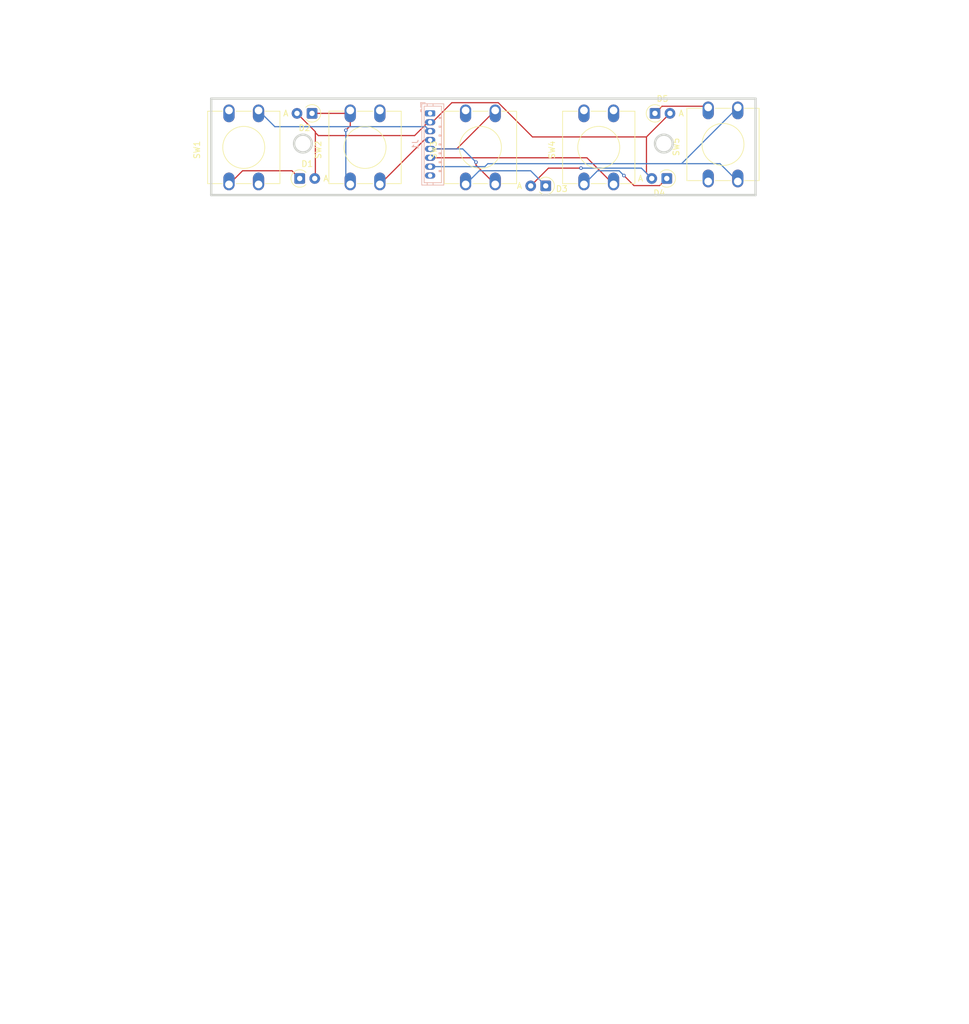
<source format=kicad_pcb>
(kicad_pcb (version 20241229) (generator "pcbnew") (generator_version "9.0")
  (layers (0 "F.Cu" signal) (2 "B.Cu" signal) (13 "F.Paste" user) (15 "B.Paste" user) (5 "F.SilkS" user "F.Silkscreen") (7 "B.SilkS" user "B.Silkscreen") (1 "F.Mask" user) (3 "B.Mask" user) (25 "Edge.Cuts" user))
  (net 0 "")
  (net 1 "Net-(D1-A)")
  (net 2 "Net-(D1-K)")
  (net 3 "Net-(D2-K)")
  (net 4 "Net-(D3-K)")
  (net 5 "Net-(D4-K)")
  (net 6 "Net-(D5-K)")
  (net 7 "Net-(J1-Pin_6)")
  (net 8 "Net-(J1-Pin_1)")
  (net 9 "Net-(J1-Pin_3)")
  (net 10 "Net-(J1-Pin_4)")
  (net 11 "Net-(J1-Pin_5)")
  (net 12 "Net-(J1-Pin_7)")
  (net 13 "Net-(J1-Pin_8)")
  (footprint "Library:SW_PUSH-12mm-mini" (layer "F.Cu") (at 98.5 43 90)
    (property "Reference" "SW2" (at 5.83 -5.41 90) (layer "F.SilkS"))
    (property "Value" "SW_Push")
    (fp_line (start 12.36 -3.61) (end 12.36 -1.1) (stroke (width 0.12)) (layer "F.SilkS"))
    (fp_line (start 0.14 -3.61) (end 12.36 -3.61) (stroke (width 0.12)) (layer "F.SilkS"))
    (fp_line (start 0.14 -3.61) (end 0.14 -1.1) (stroke (width 0.12)) (layer "F.SilkS"))
    (fp_line (start 12.36 1.2) (end 12.36 3.8) (stroke (width 0.12)) (layer "F.SilkS"))
    (fp_line (start 0.14 1.2) (end 0.14 3.8) (stroke (width 0.12)) (layer "F.SilkS"))
    (fp_line (start 12.36 6.1) (end 12.36 8.61) (stroke (width 0.12)) (layer "F.SilkS"))
    (fp_line (start 0.14 6.1) (end 0.14 8.61) (stroke (width 0.12)) (layer "F.SilkS"))
    (fp_line (start 12.36 8.61) (end 0.14 8.61) (stroke (width 0.12)) (layer "F.SilkS"))
    (fp_circle (center 6.25 2.5) (end 9.8 2.5) (stroke (width 0.12)) (fill no) (layer "F.SilkS"))
    (pad "1" thru_hole oval (at 0 0 90) (size 3 1.899998) (drill 1.3 (offset 0.5 0.000001)) (layers "*.Cu" "*.Mask") (net 3 "Net-(D2-K)"))
    (pad "1" thru_hole oval (at 12.5 0 90) (size 2.999998 1.899998) (drill 1.3 (offset -0.499999 0.000001)) (layers "*.Cu" "*.Mask") (net 3 "Net-(D2-K)"))
    (pad "2" thru_hole oval (at 0 5 90) (size 3 1.9) (drill 1.3 (offset 0.5 0)) (layers "*.Cu" "*.Mask") (net 10 "Net-(J1-Pin_4)"))
    (pad "2" thru_hole oval (at 12.5 5 90) (size 3 1.899996) (drill 1.3 (offset -0.5 0.000002)) (layers "*.Cu" "*.Mask") (net 10 "Net-(J1-Pin_4)"))
  )
  (footprint "Library:SW_PUSH-12mm-mini" (layer "F.Cu") (at 118 43 90)
    (property "Reference" "SW3" (at 5.83 -5.41 90) (layer "F.SilkS"))
    (property "Value" "SW_Push")
    (fp_line (start 12.36 -3.61) (end 12.36 -1.1) (stroke (width 0.12)) (layer "F.SilkS"))
    (fp_line (start 0.14 -3.61) (end 12.36 -3.61) (stroke (width 0.12)) (layer "F.SilkS"))
    (fp_line (start 0.14 -3.61) (end 0.14 -1.1) (stroke (width 0.12)) (layer "F.SilkS"))
    (fp_line (start 12.36 1.2) (end 12.36 3.8) (stroke (width 0.12)) (layer "F.SilkS"))
    (fp_line (start 0.14 1.2) (end 0.14 3.8) (stroke (width 0.12)) (layer "F.SilkS"))
    (fp_line (start 12.36 6.1) (end 12.36 8.61) (stroke (width 0.12)) (layer "F.SilkS"))
    (fp_line (start 0.14 6.1) (end 0.14 8.61) (stroke (width 0.12)) (layer "F.SilkS"))
    (fp_line (start 12.36 8.61) (end 0.14 8.61) (stroke (width 0.12)) (layer "F.SilkS"))
    (fp_circle (center 6.25 2.5) (end 9.8 2.5) (stroke (width 0.12)) (fill no) (layer "F.SilkS"))
    (pad "1" thru_hole oval (at 0 0 90) (size 3 1.899998) (drill 1.3 (offset 0.5 0.000001)) (layers "*.Cu" "*.Mask") (net 4 "Net-(D3-K)"))
    (pad "1" thru_hole oval (at 12.5 0 90) (size 2.999998 1.899998) (drill 1.3 (offset -0.499999 0.000001)) (layers "*.Cu" "*.Mask") (net 4 "Net-(D3-K)"))
    (pad "2" thru_hole oval (at 0 5 90) (size 3 1.9) (drill 1.3 (offset 0.5 0)) (layers "*.Cu" "*.Mask") (net 11 "Net-(J1-Pin_5)"))
    (pad "2" thru_hole oval (at 12.5 5 90) (size 3 1.899996) (drill 1.3 (offset -0.5 0.000002)) (layers "*.Cu" "*.Mask") (net 11 "Net-(J1-Pin_5)"))
  )
  (footprint "Diode_THT:D_A-405_P2.54mm_Vertical_AnodeUp" (layer "F.Cu") (at 89.955 42)
    (property "Reference" "D1" (at 1.27 -2.47 0) (layer "F.SilkS"))
    (property "Value" "D")
    (fp_arc (start 1.058537 1.02) (mid -1.47 0) (end 1.058537 -1.02) (stroke (width 0.12)) (layer "F.SilkS"))
    (fp_text user "A" (at 4.44 0 0) (layer "F.SilkS"))
    (pad "1" thru_hole roundrect (at 0 0) (size 1.8 1.8) (drill 0.9) (layers "*.Cu" "*.Mask") (roundrect_rratio 0.138889) (net 2 "Net-(D1-K)"))
    (pad "2" thru_hole circle (at 2.54 0) (size 1.8 1.8) (drill 0.9) (layers "*.Cu" "*.Mask") (net 1 "Net-(D1-A)"))
  )
  (footprint "Library:SW_PUSH-12mm-mini" (layer "F.Cu") (at 159 42.5 90)
    (property "Reference" "SW5" (at 5.83 -5.41 90) (layer "F.SilkS"))
    (property "Value" "SW_Push")
    (fp_line (start 12.36 -3.61) (end 12.36 -1.1) (stroke (width 0.12)) (layer "F.SilkS"))
    (fp_line (start 0.14 -3.61) (end 12.36 -3.61) (stroke (width 0.12)) (layer "F.SilkS"))
    (fp_line (start 0.14 -3.61) (end 0.14 -1.1) (stroke (width 0.12)) (layer "F.SilkS"))
    (fp_line (start 12.36 1.2) (end 12.36 3.8) (stroke (width 0.12)) (layer "F.SilkS"))
    (fp_line (start 0.14 1.2) (end 0.14 3.8) (stroke (width 0.12)) (layer "F.SilkS"))
    (fp_line (start 12.36 6.1) (end 12.36 8.61) (stroke (width 0.12)) (layer "F.SilkS"))
    (fp_line (start 0.14 6.1) (end 0.14 8.61) (stroke (width 0.12)) (layer "F.SilkS"))
    (fp_line (start 12.36 8.61) (end 0.14 8.61) (stroke (width 0.12)) (layer "F.SilkS"))
    (fp_circle (center 6.25 2.5) (end 9.8 2.5) (stroke (width 0.12)) (fill no) (layer "F.SilkS"))
    (pad "1" thru_hole oval (at 0 0 90) (size 3 1.899998) (drill 1.3 (offset 0.5 0.000001)) (layers "*.Cu" "*.Mask") (net 6 "Net-(D5-K)"))
    (pad "1" thru_hole oval (at 12.5 0 90) (size 2.999998 1.899998) (drill 1.3 (offset -0.499999 0.000001)) (layers "*.Cu" "*.Mask") (net 6 "Net-(D5-K)"))
    (pad "2" thru_hole oval (at 0 5 90) (size 3 1.9) (drill 1.3 (offset 0.5 0)) (layers "*.Cu" "*.Mask") (net 12 "Net-(J1-Pin_7)"))
    (pad "2" thru_hole oval (at 12.5 5 90) (size 3 1.899996) (drill 1.3 (offset -0.5 0.000002)) (layers "*.Cu" "*.Mask") (net 12 "Net-(J1-Pin_7)"))
  )
  (footprint "Diode_THT:D_A-405_P2.54mm_Vertical_AnodeUp" (layer "F.Cu") (at 92.04 31 180)
    (property "Reference" "D2" (at 1.27 -2.47 0) (layer "F.SilkS"))
    (property "Value" "D")
    (fp_arc (start 1.058537 1.02) (mid -1.47 0) (end 1.058537 -1.02) (stroke (width 0.12)) (layer "F.SilkS"))
    (fp_text user "A" (at 4.44 0 0) (layer "F.SilkS"))
    (pad "1" thru_hole roundrect (at 0 0 180) (size 1.8 1.8) (drill 0.9) (layers "*.Cu" "*.Mask") (roundrect_rratio 0.138889) (net 3 "Net-(D2-K)"))
    (pad "2" thru_hole circle (at 2.54 0 180) (size 1.8 1.8) (drill 0.9) (layers "*.Cu" "*.Mask") (net 1 "Net-(D1-A)"))
  )
  (footprint "Diode_THT:D_A-405_P2.54mm_Vertical_AnodeUp" (layer "F.Cu") (at 131.54 43.25 180)
    (property "Reference" "D3" (at -2.71 -0.5 0) (layer "F.SilkS"))
    (property "Value" "D")
    (fp_arc (start 1.058537 1.02) (mid -1.47 0) (end 1.058537 -1.02) (stroke (width 0.12)) (layer "F.SilkS"))
    (fp_text user "A" (at 4.44 0 0) (layer "F.SilkS"))
    (pad "1" thru_hole roundrect (at 0 0 180) (size 1.8 1.8) (drill 0.9) (layers "*.Cu" "*.Mask") (roundrect_rratio 0.138889) (net 4 "Net-(D3-K)"))
    (pad "2" thru_hole circle (at 2.54 0 180) (size 1.8 1.8) (drill 0.9) (layers "*.Cu" "*.Mask") (net 1 "Net-(D1-A)"))
  )
  (footprint "Library:SW_PUSH-12mm-mini" (layer "F.Cu") (at 78 43 90)
    (property "Reference" "SW1" (at 5.83 -5.41 90) (layer "F.SilkS"))
    (property "Value" "SW_Push")
    (fp_line (start 12.36 -3.61) (end 12.36 -1.1) (stroke (width 0.12)) (layer "F.SilkS"))
    (fp_line (start 0.14 -3.61) (end 12.36 -3.61) (stroke (width 0.12)) (layer "F.SilkS"))
    (fp_line (start 0.14 -3.61) (end 0.14 -1.1) (stroke (width 0.12)) (layer "F.SilkS"))
    (fp_line (start 12.36 1.2) (end 12.36 3.8) (stroke (width 0.12)) (layer "F.SilkS"))
    (fp_line (start 0.14 1.2) (end 0.14 3.8) (stroke (width 0.12)) (layer "F.SilkS"))
    (fp_line (start 12.36 6.1) (end 12.36 8.61) (stroke (width 0.12)) (layer "F.SilkS"))
    (fp_line (start 0.14 6.1) (end 0.14 8.61) (stroke (width 0.12)) (layer "F.SilkS"))
    (fp_line (start 12.36 8.61) (end 0.14 8.61) (stroke (width 0.12)) (layer "F.SilkS"))
    (fp_circle (center 6.25 2.5) (end 9.8 2.5) (stroke (width 0.12)) (fill no) (layer "F.SilkS"))
    (pad "1" thru_hole oval (at 0 0 90) (size 3 1.899998) (drill 1.3 (offset 0.5 0.000001)) (layers "*.Cu" "*.Mask") (net 2 "Net-(D1-K)"))
    (pad "1" thru_hole oval (at 12.5 0 90) (size 2.999998 1.899998) (drill 1.3 (offset -0.499999 0.000001)) (layers "*.Cu" "*.Mask") (net 2 "Net-(D1-K)"))
    (pad "2" thru_hole oval (at 0 5 90) (size 3 1.9) (drill 1.3 (offset 0.5 0)) (layers "*.Cu" "*.Mask") (net 9 "Net-(J1-Pin_3)"))
    (pad "2" thru_hole oval (at 12.5 5 90) (size 3 1.899996) (drill 1.3 (offset -0.5 0.000002)) (layers "*.Cu" "*.Mask") (net 9 "Net-(J1-Pin_3)"))
  )
  (footprint "Diode_THT:D_A-405_P2.54mm_Vertical_AnodeUp" (layer "F.Cu") (at 150 31)
    (property "Reference" "D5" (at 1.27 -2.47 0) (layer "F.SilkS"))
    (property "Value" "D")
    (fp_arc (start 1.058537 1.02) (mid -1.47 0) (end 1.058537 -1.02) (stroke (width 0.12)) (layer "F.SilkS"))
    (fp_text user "A" (at 4.44 0 0) (layer "F.SilkS"))
    (pad "1" thru_hole roundrect (at 0 0) (size 1.8 1.8) (drill 0.9) (layers "*.Cu" "*.Mask") (roundrect_rratio 0.138889) (net 6 "Net-(D5-K)"))
    (pad "2" thru_hole circle (at 2.54 0) (size 1.8 1.8) (drill 0.9) (layers "*.Cu" "*.Mask") (net 1 "Net-(D1-A)"))
  )
  (footprint "Diode_THT:D_A-405_P2.54mm_Vertical_AnodeUp" (layer "F.Cu") (at 152 42 180)
    (property "Reference" "D4" (at 1.27 -2.47 0) (layer "F.SilkS"))
    (property "Value" "D")
    (fp_arc (start 1.058537 1.02) (mid -1.47 0) (end 1.058537 -1.02) (stroke (width 0.12)) (layer "F.SilkS"))
    (fp_text user "A" (at 4.44 0 0) (layer "F.SilkS"))
    (pad "1" thru_hole roundrect (at 0 0 180) (size 1.8 1.8) (drill 0.9) (layers "*.Cu" "*.Mask") (roundrect_rratio 0.138889) (net 5 "Net-(D4-K)"))
    (pad "2" thru_hole circle (at 2.54 0 180) (size 1.8 1.8) (drill 0.9) (layers "*.Cu" "*.Mask") (net 1 "Net-(D1-A)"))
  )
  (footprint "Library:SW_PUSH-12mm-mini" (layer "F.Cu") (at 138 43 90)
    (property "Reference" "SW4" (at 5.83 -5.41 90) (layer "F.SilkS"))
    (property "Value" "SW_Push")
    (fp_line (start 12.36 -3.61) (end 12.36 -1.1) (stroke (width 0.12)) (layer "F.SilkS"))
    (fp_line (start 0.14 -3.61) (end 12.36 -3.61) (stroke (width 0.12)) (layer "F.SilkS"))
    (fp_line (start 0.14 -3.61) (end 0.14 -1.1) (stroke (width 0.12)) (layer "F.SilkS"))
    (fp_line (start 12.36 1.2) (end 12.36 3.8) (stroke (width 0.12)) (layer "F.SilkS"))
    (fp_line (start 0.14 1.2) (end 0.14 3.8) (stroke (width 0.12)) (layer "F.SilkS"))
    (fp_line (start 12.36 6.1) (end 12.36 8.61) (stroke (width 0.12)) (layer "F.SilkS"))
    (fp_line (start 0.14 6.1) (end 0.14 8.61) (stroke (width 0.12)) (layer "F.SilkS"))
    (fp_line (start 12.36 8.61) (end 0.14 8.61) (stroke (width 0.12)) (layer "F.SilkS"))
    (fp_circle (center 6.25 2.5) (end 9.8 2.5) (stroke (width 0.12)) (fill no) (layer "F.SilkS"))
    (pad "1" thru_hole oval (at 0 0 90) (size 3 1.899998) (drill 1.3 (offset 0.5 0.000001)) (layers "*.Cu" "*.Mask") (net 5 "Net-(D4-K)"))
    (pad "1" thru_hole oval (at 12.5 0 90) (size 2.999998 1.899998) (drill 1.3 (offset -0.499999 0.000001)) (layers "*.Cu" "*.Mask") (net 5 "Net-(D4-K)"))
    (pad "2" thru_hole oval (at 0 5 90) (size 3 1.9) (drill 1.3 (offset 0.5 0)) (layers "*.Cu" "*.Mask") (net 7 "Net-(J1-Pin_6)"))
    (pad "2" thru_hole oval (at 12.5 5 90) (size 3 1.899996) (drill 1.3 (offset -0.5 0.000002)) (layers "*.Cu" "*.Mask") (net 7 "Net-(J1-Pin_6)"))
  )
  (footprint "Connector_JST:JST_ZH_B8B-ZR_1x08_P1.50mm_Vertical" (layer "B.Cu") (at 112 31 -90)
    (property "Reference" "J1" (at 5.25 2.5 90) (layer "B.SilkS") (effects (justify mirror)))
    (property "Value" "Conn_01x08_Pin")
    (fp_line (start -1.81 1.61) (end -1.81 0.81) (stroke (width 0.12)) (layer "B.SilkS"))
    (fp_line (start -1.01 1.61) (end -1.81 1.61) (stroke (width 0.12)) (layer "B.SilkS"))
    (fp_line (start -0.6 1.61) (end -0.6 1.41) (stroke (width 0.12)) (layer "B.SilkS"))
    (fp_line (start -0.3 1.61) (end -0.6 1.61) (stroke (width 0.12)) (layer "B.SilkS"))
    (fp_line (start -0.3 1.51) (end -0.6 1.51) (stroke (width 0.12)) (layer "B.SilkS"))
    (fp_line (start -1.61 1.41) (end -1.61 -2.31) (stroke (width 0.12)) (layer "B.SilkS"))
    (fp_line (start -0.3 1.41) (end -0.3 1.61) (stroke (width 0.12)) (layer "B.SilkS"))
    (fp_line (start 12.11 1.41) (end -1.61 1.41) (stroke (width 0.12)) (layer "B.SilkS"))
    (fp_line (start -1.21 1.01) (end -1.21 -1.91) (stroke (width 0.12)) (layer "B.SilkS"))
    (fp_line (start 11.71 1.01) (end -1.21 1.01) (stroke (width 0.12)) (layer "B.SilkS"))
    (fp_line (start -1.61 0.5) (end -1.21 0.5) (stroke (width 0.12)) (layer "B.SilkS"))
    (fp_line (start 12.11 0.5) (end 11.71 0.5) (stroke (width 0.12)) (layer "B.SilkS"))
    (fp_line (start -1.61 -0.5) (end -1.21 -0.5) (stroke (width 0.12)) (layer "B.SilkS"))
    (fp_line (start 12.11 -0.5) (end 11.71 -0.5) (stroke (width 0.12)) (layer "B.SilkS"))
    (fp_line (start 0.65 -1.51) (end 0.85 -1.51) (stroke (width 0.12)) (layer "B.SilkS"))
    (fp_line (start 0.85 -1.51) (end 0.85 -1.91) (stroke (width 0.12)) (layer "B.SilkS"))
    (fp_line (start 2.15 -1.51) (end 2.35 -1.51) (stroke (width 0.12)) (layer "B.SilkS"))
    (fp_line (start 2.35 -1.51) (end 2.35 -1.91) (stroke (width 0.12)) (layer "B.SilkS"))
    (fp_line (start 3.65 -1.51) (end 3.85 -1.51) (stroke (width 0.12)) (layer "B.SilkS"))
    (fp_line (start 3.85 -1.51) (end 3.85 -1.91) (stroke (width 0.12)) (layer "B.SilkS"))
    (fp_line (start 5.15 -1.51) (end 5.35 -1.51) (stroke (width 0.12)) (layer "B.SilkS"))
    (fp_line (start 5.35 -1.51) (end 5.35 -1.91) (stroke (width 0.12)) (layer "B.SilkS"))
    (fp_line (start 6.65 -1.51) (end 6.85 -1.51) (stroke (width 0.12)) (layer "B.SilkS"))
    (fp_line (start 6.85 -1.51) (end 6.85 -1.91) (stroke (width 0.12)) (layer "B.SilkS"))
    (fp_line (start 8.15 -1.51) (end 8.35 -1.51) (stroke (width 0.12)) (layer "B.SilkS"))
    (fp_line (start 8.35 -1.51) (end 8.35 -1.91) (stroke (width 0.12)) (layer "B.SilkS"))
    (fp_line (start 9.65 -1.51) (end 9.85 -1.51) (stroke (width 0.12)) (layer "B.SilkS"))
    (fp_line (start 9.85 -1.51) (end 9.85 -1.91) (stroke (width 0.12)) (layer "B.SilkS"))
    (fp_line (start -1.21 -1.91) (end 11.71 -1.91) (stroke (width 0.12)) (layer "B.SilkS"))
    (fp_line (start 0.65 -1.91) (end 0.65 -1.51) (stroke (width 0.12)) (layer "B.SilkS"))
    (fp_line (start 0.75 -1.91) (end 0.75 -1.51) (stroke (width 0.12)) (layer "B.SilkS"))
    (fp_line (start 2.15 -1.91) (end 2.15 -1.51) (stroke (width 0.12)) (layer "B.SilkS"))
    (fp_line (start 2.25 -1.91) (end 2.25 -1.51) (stroke (width 0.12)) (layer "B.SilkS"))
    (fp_line (start 3.65 -1.91) (end 3.65 -1.51) (stroke (width 0.12)) (layer "B.SilkS"))
    (fp_line (start 3.75 -1.91) (end 3.75 -1.51) (stroke (width 0.12)) (layer "B.SilkS"))
    (fp_line (start 5.15 -1.91) (end 5.15 -1.51) (stroke (width 0.12)) (layer "B.SilkS"))
    (fp_line (start 5.25 -1.91) (end 5.25 -1.51) (stroke (width 0.12)) (layer "B.SilkS"))
    (fp_line (start 6.65 -1.91) (end 6.65 -1.51) (stroke (width 0.12)) (layer "B.SilkS"))
    (fp_line (start 6.75 -1.91) (end 6.75 -1.51) (stroke (width 0.12)) (layer "B.SilkS"))
    (fp_line (start 8.15 -1.91) (end 8.15 -1.51) (stroke (width 0.12)) (layer "B.SilkS"))
    (fp_line (start 8.25 -1.91) (end 8.25 -1.51) (stroke (width 0.12)) (layer "B.SilkS"))
    (fp_line (start 9.65 -1.91) (end 9.65 -1.51) (stroke (width 0.12)) (layer "B.SilkS"))
    (fp_line (start 9.75 -1.91) (end 9.75 -1.51) (stroke (width 0.12)) (layer "B.SilkS"))
    (fp_line (start 11.71 -1.91) (end 11.71 1.01) (stroke (width 0.12)) (layer "B.SilkS"))
    (fp_line (start -1.61 -2.31) (end 12.11 -2.31) (stroke (width 0.12)) (layer "B.SilkS"))
    (fp_line (start 12.11 -2.31) (end 12.11 1.41) (stroke (width 0.12)) (layer "B.SilkS"))
    (pad "1" thru_hole roundrect (at 0 0 270) (size 1.03 1.73) (drill 0.73) (layers "*.Cu" "*.Mask") (roundrect_rratio 0.242718) (net 8 "Net-(J1-Pin_1)"))
    (pad "2" thru_hole oval (at 1.5 0 270) (size 1.03 1.73) (drill 0.73) (layers "*.Cu" "*.Mask") (net 1 "Net-(D1-A)"))
    (pad "3" thru_hole oval (at 3 0 270) (size 1.03 1.73) (drill 0.73) (layers "*.Cu" "*.Mask") (net 9 "Net-(J1-Pin_3)"))
    (pad "4" thru_hole oval (at 4.5 0 270) (size 1.03 1.73) (drill 0.73) (layers "*.Cu" "*.Mask") (net 10 "Net-(J1-Pin_4)"))
    (pad "5" thru_hole oval (at 6 0 270) (size 1.03 1.73) (drill 0.73) (layers "*.Cu" "*.Mask") (net 11 "Net-(J1-Pin_5)"))
    (pad "6" thru_hole oval (at 7.5 0 270) (size 1.03 1.73) (drill 0.73) (layers "*.Cu" "*.Mask") (net 7 "Net-(J1-Pin_6)"))
    (pad "7" thru_hole oval (at 9 0 270) (size 1.03 1.73) (drill 0.73) (layers "*.Cu" "*.Mask") (net 12 "Net-(J1-Pin_7)"))
    (pad "8" thru_hole oval (at 10.5 0 270) (size 1.03 1.73) (drill 0.73) (layers "*.Cu" "*.Mask") (net 13 "Net-(J1-Pin_8)"))
  )
  (gr_line (start 75 44.798442) (end 167 44.798442) (stroke (width 0.4)) (layer "Edge.Cuts"))
  (gr_circle (center 90.5 36.1) (end 92 36.1) (stroke (width 0.4)) (fill no) (layer "Edge.Cuts"))
  (gr_line (start 75 28.5) (end 75 44.798442) (stroke (width 0.4)) (layer "Edge.Cuts"))
  (gr_circle (center 151.5 36.1) (end 153 36.1) (stroke (width 0.4)) (fill no) (layer "Edge.Cuts"))
  (gr_line (start 167 44.798442) (end 167 28.5) (stroke (width 0.4)) (layer "Edge.Cuts"))
  (gr_line (start 167 28.5) (end 75 28.5) (stroke (width 0.4)) (layer "Edge.Cuts"))
  (segment (start 129 43.25) (end 132 40.25) (width 0.2) (layer "F.Cu") (net 1))
  (segment (start 109.385 34.75) (end 93.101 34.75) (width 0.2) (layer "F.Cu") (net 1))
  (segment (start 123.518182 29.199) (end 115.666 29.199) (width 0.2) (layer "F.Cu") (net 1))
  (segment (start 112 32.5) (end 111.635 32.5) (width 0.2) (layer "F.Cu") (net 1))
  (segment (start 92.495 42) (end 92.601 41.894) (width 0.2) (layer "F.Cu") (net 1))
  (segment (start 148.56 34.98) (end 129.299182 34.98) (width 0.2) (layer "F.Cu") (net 1))
  (segment (start 93.101 34.75) (end 92.601 34.25) (width 0.2) (layer "F.Cu") (net 1))
  (segment (start 112.365 32.5) (end 112 32.5) (width 0.2) (layer "F.Cu") (net 1))
  (segment (start 129.299182 34.98) (end 123.518182 29.199) (width 0.2) (layer "F.Cu") (net 1))
  (segment (start 148.56 41.1) (end 149.46 42) (width 0.2) (layer "F.Cu") (net 1))
  (segment (start 92.601 34.101) (end 89.5 31) (width 0.2) (layer "F.Cu") (net 1))
  (segment (start 148.56 34.98) (end 148.56 41.1) (width 0.2) (layer "F.Cu") (net 1))
  (segment (start 115.666 29.199) (end 112.365 32.5) (width 0.2) (layer "F.Cu") (net 1))
  (segment (start 111.635 32.5) (end 109.385 34.75) (width 0.2) (layer "F.Cu") (net 1))
  (segment (start 92.601 41.894) (end 92.601 34.25) (width 0.2) (layer "F.Cu") (net 1))
  (segment (start 92.601 34.25) (end 92.601 34.101) (width 0.2) (layer "F.Cu") (net 1))
  (segment (start 152.54 31) (end 148.56 34.98) (width 0.2) (layer "F.Cu") (net 1))
  (segment (start 132 40.25) (end 137.5 40.25) (width 0.2) (layer "F.Cu") (net 1))
  (via (at 137.5 40.25) (size 0.6) (drill 0.3) (layers "F.Cu" "B.Cu") (net 1))
  (segment (start 147.71 40.25) (end 149.46 42) (width 0.2) (layer "B.Cu") (net 1))
  (segment (start 137.5 40.25) (end 147.71 40.25) (width 0.2) (layer "B.Cu") (net 1))
  (segment (start 88.654 40.699) (end 80.301 40.699) (width 0.2) (layer "F.Cu") (net 2))
  (segment (start 89.955 42) (end 88.654 40.699) (width 0.2) (layer "F.Cu") (net 2))
  (segment (start 80.301 40.699) (end 78 43) (width 0.2) (layer "F.Cu") (net 2))
  (segment (start 98.5 33.1) (end 97.75 33.85) (width 0.2) (layer "F.Cu") (net 3))
  (segment (start 98 31) (end 98.5 30.5) (width 0.2) (layer "F.Cu") (net 3))
  (segment (start 92.04 31) (end 98 31) (width 0.2) (layer "F.Cu") (net 3))
  (segment (start 98.5 30.5) (end 98.5 33.1) (width 0.2) (layer "F.Cu") (net 3))
  (via (at 97.75 33.85) (size 0.6) (drill 0.3) (layers "F.Cu" "B.Cu") (net 3))
  (segment (start 97.75 33.85) (end 97.75 42.25) (width 0.2) (layer "B.Cu") (net 3))
  (segment (start 97.75 42.25) (end 98.5 43) (width 0.2) (layer "B.Cu") (net 3))
  (segment (start 118 43) (end 120.301 40.699) (width 0.2) (layer "B.Cu") (net 4))
  (segment (start 120.301 40.699) (end 128.989 40.699) (width 0.2) (layer "B.Cu") (net 4))
  (segment (start 128.989 40.699) (end 131.54 43.25) (width 0.2) (layer "B.Cu") (net 4))
  (segment (start 152 42) (end 150.799 43.201) (width 0.2) (layer "F.Cu") (net 5))
  (segment (start 150.799 43.201) (end 146.451 43.201) (width 0.2) (layer "F.Cu") (net 5))
  (segment (start 146.451 43.201) (end 144.75 41.5) (width 0.2) (layer "F.Cu") (net 5))
  (via (at 144.75 41.5) (size 0.6) (drill 0.3) (layers "F.Cu" "B.Cu") (net 5))
  (segment (start 143.949 40.699) (end 140.301 40.699) (width 0.2) (layer "B.Cu") (net 5))
  (segment (start 140.301 40.699) (end 138 43) (width 0.2) (layer "B.Cu") (net 5))
  (segment (start 144.75 41.5) (end 143.949 40.699) (width 0.2) (layer "B.Cu") (net 5))
  (segment (start 159 30) (end 158.799 29.799) (width 0.2) (layer "F.Cu") (net 6))
  (segment (start 151.201 29.799) (end 150 31) (width 0.2) (layer "F.Cu") (net 6))
  (segment (start 158.799 29.799) (end 151.201 29.799) (width 0.2) (layer "F.Cu") (net 6))
  (segment (start 138.5 38.5) (end 143 43) (width 0.2) (layer "F.Cu") (net 7))
  (segment (start 112 38.5) (end 138.5 38.5) (width 0.2) (layer "F.Cu") (net 7))
  (segment (start 111.25 33.25) (end 85.75 33.25) (width 0.2) (layer "B.Cu") (net 9))
  (segment (start 112 34) (end 111.25 33.25) (width 0.2) (layer "B.Cu") (net 9))
  (segment (start 85.75 33.25) (end 83 30.5) (width 0.2) (layer "B.Cu") (net 9))
  (segment (start 111 35.5) (end 103.5 43) (width 0.2) (layer "F.Cu") (net 10))
  (segment (start 112 35.5) (end 111 35.5) (width 0.2) (layer "F.Cu") (net 10))
  (segment (start 123 43) (end 119.75 39.75) (width 0.2) (layer "F.Cu") (net 11))
  (segment (start 116.5 37) (end 123 30.5) (width 0.2) (layer "F.Cu") (net 11))
  (segment (start 112 37) (end 116.5 37) (width 0.2) (layer "F.Cu") (net 11))
  (segment (start 119.75 39.75) (end 119.75 39.25) (width 0.2) (layer "F.Cu") (net 11))
  (via (at 119.75 39.25) (size 0.6) (drill 0.3) (layers "F.Cu" "B.Cu") (net 11))
  (segment (start 117.5 37) (end 112 37) (width 0.2) (layer "B.Cu") (net 11))
  (segment (start 119.75 39.25) (end 117.5 37) (width 0.2) (layer "B.Cu") (net 11))
  (segment (start 161 39.5) (end 154.5 39.5) (width 0.2) (layer "B.Cu") (net 12))
  (segment (start 164 30) (end 154.5 39.5) (width 0.2) (layer "B.Cu") (net 12))
  (segment (start 121.75 39.5) (end 121.25 40) (width 0.2) (layer "B.Cu") (net 12))
  (segment (start 164 42.5) (end 161 39.5) (width 0.2) (layer "B.Cu") (net 12))
  (segment (start 121.25 40) (end 112 40) (width 0.2) (layer "B.Cu") (net 12))
  (segment (start 154.5 39.5) (end 121.75 39.5) (width 0.2) (layer "B.Cu") (net 12))
)
</source>
